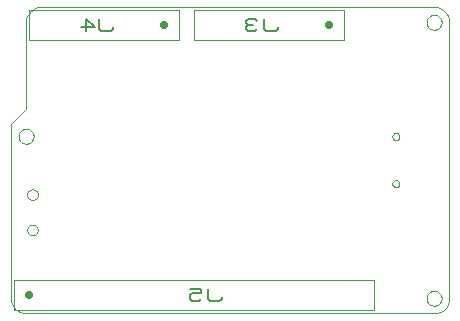
<source format=gbr>
G04 PROTEUS RS274X GERBER FILE*
%FSLAX45Y45*%
%MOMM*%
G01*
%ADD73C,0.025400*%
%ADD53C,0.640000*%
%ADD76C,0.170680*%
D73*
X+1397000Y+2159000D02*
X+2667000Y+2159000D01*
X+2667000Y+2413000D01*
X+1397000Y+2413000D01*
X+1397000Y+2159000D01*
D53*
X+2540000Y+2286000D02*
X+2540000Y+2286000D01*
D76*
X+2105484Y+2268931D02*
X+2105484Y+2251862D01*
X+2086282Y+2234793D01*
X+2009473Y+2234793D01*
X+1990270Y+2251862D01*
X+1990270Y+2337206D01*
X+1932663Y+2320137D02*
X+1913461Y+2337206D01*
X+1855854Y+2337206D01*
X+1836651Y+2320137D01*
X+1836651Y+2303068D01*
X+1855854Y+2286000D01*
X+1836651Y+2268931D01*
X+1836651Y+2251862D01*
X+1855854Y+2234793D01*
X+1913461Y+2234793D01*
X+1932663Y+2251862D01*
X+1894258Y+2286000D02*
X+1855854Y+2286000D01*
D73*
X+0Y+2159000D02*
X+1270000Y+2159000D01*
X+1270000Y+2413000D01*
X+0Y+2413000D01*
X+0Y+2159000D01*
D53*
X+1143000Y+2286000D02*
X+1143000Y+2286000D01*
D76*
X+708484Y+2268931D02*
X+708484Y+2251862D01*
X+689282Y+2234793D01*
X+612473Y+2234793D01*
X+593270Y+2251862D01*
X+593270Y+2337206D01*
X+439651Y+2268931D02*
X+554865Y+2268931D01*
X+478056Y+2337206D01*
X+478056Y+2234793D01*
D73*
X-127000Y-127000D02*
X+2921000Y-127000D01*
X+2921000Y+127000D01*
X-127000Y+127000D01*
X-127000Y-127000D01*
D53*
X+0Y+0D02*
X+0Y+0D01*
D76*
X+1630754Y-17069D02*
X+1630754Y-34138D01*
X+1611552Y-51207D01*
X+1534743Y-51207D01*
X+1515540Y-34138D01*
X+1515540Y+51206D01*
X+1361921Y+51206D02*
X+1457933Y+51206D01*
X+1457933Y+17068D01*
X+1381124Y+17068D01*
X+1361921Y+0D01*
X+1361921Y-34138D01*
X+1381124Y-51207D01*
X+1438731Y-51207D01*
X+1457933Y-34138D01*
D73*
X-152400Y-25400D02*
X-149873Y-51367D01*
X-142602Y-75381D01*
X-131052Y-96977D01*
X-115689Y-115689D01*
X-96977Y-131052D01*
X-75381Y-142602D01*
X-51367Y-149873D01*
X-25400Y-152400D01*
X+3429000Y-152400D01*
X+3454967Y-149873D01*
X+3478981Y-142602D01*
X+3500577Y-131052D01*
X+3519289Y-115689D01*
X+3534652Y-96977D01*
X+3546202Y-75381D01*
X+3553473Y-51367D01*
X+3556000Y-25400D01*
X+3556000Y+2311400D01*
X+3553473Y+2337367D01*
X+3546202Y+2361381D01*
X+3534652Y+2382977D01*
X+3519289Y+2401689D01*
X+3500577Y+2417052D01*
X+3478981Y+2428602D01*
X+3454967Y+2435873D01*
X+3429000Y+2438400D01*
X+101600Y+2438400D01*
X+75632Y+2435873D01*
X+51618Y+2428602D01*
X+30023Y+2417052D01*
X+11311Y+2401689D01*
X-4052Y+2382977D01*
X-15602Y+2361381D01*
X-22873Y+2337367D01*
X-25400Y+2311400D01*
X-25400Y+1574800D01*
X-152400Y+1447800D01*
X-152400Y-25400D01*
X+3492500Y-25400D02*
X+3492283Y-20153D01*
X+3490518Y-9658D01*
X+3486826Y+837D01*
X+3480798Y+11332D01*
X+3471576Y+21712D01*
X+3461081Y+29400D01*
X+3450586Y+34318D01*
X+3440091Y+37124D01*
X+3429596Y+38097D01*
X+3429000Y+38100D01*
X+3365500Y-25400D02*
X+3365717Y-20153D01*
X+3367482Y-9658D01*
X+3371174Y+837D01*
X+3377202Y+11332D01*
X+3386424Y+21712D01*
X+3396919Y+29400D01*
X+3407414Y+34318D01*
X+3417909Y+37124D01*
X+3428404Y+38097D01*
X+3429000Y+38100D01*
X+3365500Y-25400D02*
X+3365717Y-30647D01*
X+3367482Y-41142D01*
X+3371174Y-51637D01*
X+3377202Y-62132D01*
X+3386424Y-72512D01*
X+3396919Y-80200D01*
X+3407414Y-85118D01*
X+3417909Y-87924D01*
X+3428404Y-88897D01*
X+3429000Y-88900D01*
X+3492500Y-25400D02*
X+3492283Y-30647D01*
X+3490518Y-41142D01*
X+3486826Y-51637D01*
X+3480798Y-62132D01*
X+3471576Y-72512D01*
X+3461081Y-80200D01*
X+3450586Y-85118D01*
X+3440091Y-87924D01*
X+3429596Y-88897D01*
X+3429000Y-88900D01*
X+3492500Y+2311400D02*
X+3492283Y+2316647D01*
X+3490518Y+2327142D01*
X+3486826Y+2337637D01*
X+3480798Y+2348132D01*
X+3471576Y+2358512D01*
X+3461081Y+2366200D01*
X+3450586Y+2371118D01*
X+3440091Y+2373924D01*
X+3429596Y+2374897D01*
X+3429000Y+2374900D01*
X+3365500Y+2311400D02*
X+3365717Y+2316647D01*
X+3367482Y+2327142D01*
X+3371174Y+2337637D01*
X+3377202Y+2348132D01*
X+3386424Y+2358512D01*
X+3396919Y+2366200D01*
X+3407414Y+2371118D01*
X+3417909Y+2373924D01*
X+3428404Y+2374897D01*
X+3429000Y+2374900D01*
X+3365500Y+2311400D02*
X+3365717Y+2306153D01*
X+3367482Y+2295658D01*
X+3371174Y+2285163D01*
X+3377202Y+2274668D01*
X+3386424Y+2264288D01*
X+3396919Y+2256600D01*
X+3407414Y+2251682D01*
X+3417909Y+2248876D01*
X+3428404Y+2247903D01*
X+3429000Y+2247900D01*
X+3492500Y+2311400D02*
X+3492283Y+2306153D01*
X+3490518Y+2295658D01*
X+3486826Y+2285163D01*
X+3480798Y+2274668D01*
X+3471576Y+2264288D01*
X+3461081Y+2256600D01*
X+3450586Y+2251682D01*
X+3440091Y+2248876D01*
X+3429596Y+2247903D01*
X+3429000Y+2247900D01*
X+38100Y+1346200D02*
X+37883Y+1351447D01*
X+36118Y+1361942D01*
X+32426Y+1372437D01*
X+26398Y+1382932D01*
X+17176Y+1393312D01*
X+6681Y+1401000D01*
X-3814Y+1405918D01*
X-14309Y+1408724D01*
X-24804Y+1409697D01*
X-25400Y+1409700D01*
X-88900Y+1346200D02*
X-88683Y+1351447D01*
X-86918Y+1361942D01*
X-83226Y+1372437D01*
X-77198Y+1382932D01*
X-67976Y+1393312D01*
X-57481Y+1401000D01*
X-46986Y+1405918D01*
X-36491Y+1408724D01*
X-25996Y+1409697D01*
X-25400Y+1409700D01*
X-88900Y+1346200D02*
X-88683Y+1340953D01*
X-86918Y+1330458D01*
X-83226Y+1319963D01*
X-77198Y+1309468D01*
X-67976Y+1299088D01*
X-57481Y+1291400D01*
X-46986Y+1286482D01*
X-36491Y+1283676D01*
X-25996Y+1282703D01*
X-25400Y+1282700D01*
X+38100Y+1346200D02*
X+37883Y+1340953D01*
X+36118Y+1330458D01*
X+32426Y+1319963D01*
X+26398Y+1309468D01*
X+17176Y+1299088D01*
X+6681Y+1291400D01*
X-3814Y+1286482D01*
X-14309Y+1283676D01*
X-24804Y+1282703D01*
X-25400Y+1282700D01*
X+3135700Y+943000D02*
X+3135597Y+945489D01*
X+3134755Y+950469D01*
X+3132995Y+955449D01*
X+3130118Y+960429D01*
X+3125717Y+965345D01*
X+3120737Y+968959D01*
X+3115757Y+971264D01*
X+3110777Y+972567D01*
X+3105797Y+973000D01*
X+3105700Y+973000D01*
X+3075700Y+943000D02*
X+3075803Y+945489D01*
X+3076645Y+950469D01*
X+3078405Y+955449D01*
X+3081282Y+960429D01*
X+3085683Y+965345D01*
X+3090663Y+968959D01*
X+3095643Y+971264D01*
X+3100623Y+972567D01*
X+3105603Y+973000D01*
X+3105700Y+973000D01*
X+3075700Y+943000D02*
X+3075803Y+940511D01*
X+3076645Y+935531D01*
X+3078405Y+930551D01*
X+3081282Y+925571D01*
X+3085683Y+920655D01*
X+3090663Y+917041D01*
X+3095643Y+914736D01*
X+3100623Y+913433D01*
X+3105603Y+913000D01*
X+3105700Y+913000D01*
X+3135700Y+943000D02*
X+3135597Y+940511D01*
X+3134755Y+935531D01*
X+3132995Y+930551D01*
X+3130118Y+925571D01*
X+3125717Y+920655D01*
X+3120737Y+917041D01*
X+3115757Y+914736D01*
X+3110777Y+913433D01*
X+3105797Y+913000D01*
X+3105700Y+913000D01*
X+3135700Y+1343000D02*
X+3135597Y+1345489D01*
X+3134755Y+1350469D01*
X+3132995Y+1355449D01*
X+3130118Y+1360429D01*
X+3125717Y+1365345D01*
X+3120737Y+1368959D01*
X+3115757Y+1371264D01*
X+3110777Y+1372567D01*
X+3105797Y+1373000D01*
X+3105700Y+1373000D01*
X+3075700Y+1343000D02*
X+3075803Y+1345489D01*
X+3076645Y+1350469D01*
X+3078405Y+1355449D01*
X+3081282Y+1360429D01*
X+3085683Y+1365345D01*
X+3090663Y+1368959D01*
X+3095643Y+1371264D01*
X+3100623Y+1372567D01*
X+3105603Y+1373000D01*
X+3105700Y+1373000D01*
X+3075700Y+1343000D02*
X+3075803Y+1340511D01*
X+3076645Y+1335531D01*
X+3078405Y+1330551D01*
X+3081282Y+1325571D01*
X+3085683Y+1320655D01*
X+3090663Y+1317041D01*
X+3095643Y+1314736D01*
X+3100623Y+1313433D01*
X+3105603Y+1313000D01*
X+3105700Y+1313000D01*
X+3135700Y+1343000D02*
X+3135597Y+1340511D01*
X+3134755Y+1335531D01*
X+3132995Y+1330551D01*
X+3130118Y+1325571D01*
X+3125717Y+1320655D01*
X+3120737Y+1317041D01*
X+3115757Y+1314736D01*
X+3110777Y+1313433D01*
X+3105797Y+1313000D01*
X+3105700Y+1313000D01*
X+73800Y+551800D02*
X+73645Y+555527D01*
X+72389Y+562982D01*
X+69759Y+570437D01*
X+65463Y+577892D01*
X+58893Y+585258D01*
X+51438Y+590691D01*
X+43983Y+594161D01*
X+36528Y+596131D01*
X+29073Y+596799D01*
X+28800Y+596800D01*
X-16200Y+551800D02*
X-16045Y+555527D01*
X-14789Y+562982D01*
X-12159Y+570437D01*
X-7863Y+577892D01*
X-1293Y+585258D01*
X+6162Y+590691D01*
X+13617Y+594161D01*
X+21072Y+596131D01*
X+28527Y+596799D01*
X+28800Y+596800D01*
X-16200Y+551800D02*
X-16045Y+548073D01*
X-14789Y+540618D01*
X-12159Y+533163D01*
X-7863Y+525708D01*
X-1293Y+518342D01*
X+6162Y+512909D01*
X+13617Y+509439D01*
X+21072Y+507469D01*
X+28527Y+506801D01*
X+28800Y+506800D01*
X+73800Y+551800D02*
X+73645Y+548073D01*
X+72389Y+540618D01*
X+69759Y+533163D01*
X+65463Y+525708D01*
X+58893Y+518342D01*
X+51438Y+512909D01*
X+43983Y+509439D01*
X+36528Y+507469D01*
X+29073Y+506801D01*
X+28800Y+506800D01*
X+73800Y+851800D02*
X+73645Y+855527D01*
X+72389Y+862982D01*
X+69759Y+870437D01*
X+65463Y+877892D01*
X+58893Y+885258D01*
X+51438Y+890691D01*
X+43983Y+894161D01*
X+36528Y+896131D01*
X+29073Y+896799D01*
X+28800Y+896800D01*
X-16200Y+851800D02*
X-16045Y+855527D01*
X-14789Y+862982D01*
X-12159Y+870437D01*
X-7863Y+877892D01*
X-1293Y+885258D01*
X+6162Y+890691D01*
X+13617Y+894161D01*
X+21072Y+896131D01*
X+28527Y+896799D01*
X+28800Y+896800D01*
X-16200Y+851800D02*
X-16045Y+848073D01*
X-14789Y+840618D01*
X-12159Y+833163D01*
X-7863Y+825708D01*
X-1293Y+818342D01*
X+6162Y+812909D01*
X+13617Y+809439D01*
X+21072Y+807469D01*
X+28527Y+806801D01*
X+28800Y+806800D01*
X+73800Y+851800D02*
X+73645Y+848073D01*
X+72389Y+840618D01*
X+69759Y+833163D01*
X+65463Y+825708D01*
X+58893Y+818342D01*
X+51438Y+812909D01*
X+43983Y+809439D01*
X+36528Y+807469D01*
X+29073Y+806801D01*
X+28800Y+806800D01*
M02*

</source>
